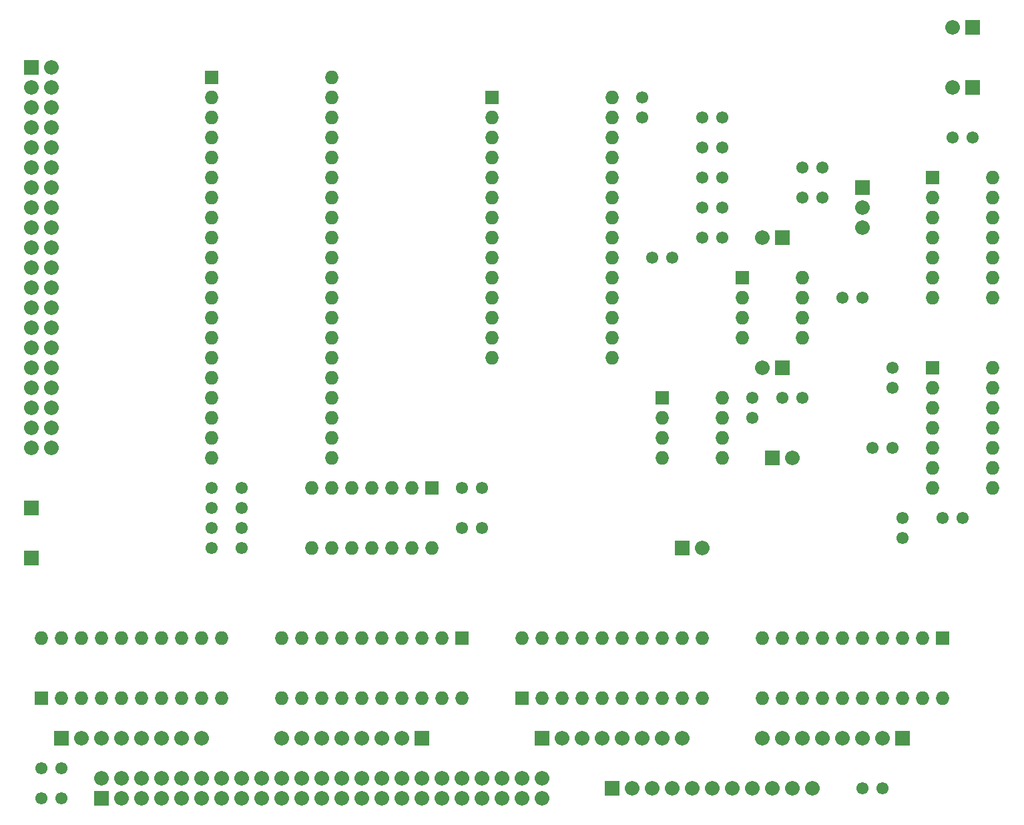
<source format=gts>
G04 #@! TF.FileFunction,Soldermask,Top*
%FSLAX46Y46*%
G04 Gerber Fmt 4.6, Leading zero omitted, Abs format (unit mm)*
G04 Created by KiCad (PCBNEW 4.0.5) date 04/19/17 20:50:32*
%MOMM*%
%LPD*%
G01*
G04 APERTURE LIST*
%ADD10C,0.127000*%
%ADD11R,1.752400X1.752400*%
%ADD12O,1.752400X1.752400*%
%ADD13R,1.852400X1.852400*%
%ADD14O,1.852400X1.852400*%
%ADD15C,1.549400*%
G04 APERTURE END LIST*
D10*
D11*
X58420000Y-73660000D03*
D12*
X73660000Y-121920000D03*
X58420000Y-76200000D03*
X73660000Y-119380000D03*
X58420000Y-78740000D03*
X73660000Y-116840000D03*
X58420000Y-81280000D03*
X73660000Y-114300000D03*
X58420000Y-83820000D03*
X73660000Y-111760000D03*
X58420000Y-86360000D03*
X73660000Y-109220000D03*
X58420000Y-88900000D03*
X73660000Y-106680000D03*
X58420000Y-91440000D03*
X73660000Y-104140000D03*
X58420000Y-93980000D03*
X73660000Y-101600000D03*
X58420000Y-96520000D03*
X73660000Y-99060000D03*
X58420000Y-99060000D03*
X73660000Y-96520000D03*
X58420000Y-101600000D03*
X73660000Y-93980000D03*
X58420000Y-104140000D03*
X73660000Y-91440000D03*
X58420000Y-106680000D03*
X73660000Y-88900000D03*
X58420000Y-109220000D03*
X73660000Y-86360000D03*
X58420000Y-111760000D03*
X73660000Y-83820000D03*
X58420000Y-114300000D03*
X73660000Y-81280000D03*
X58420000Y-116840000D03*
X73660000Y-78740000D03*
X58420000Y-119380000D03*
X73660000Y-76200000D03*
X58420000Y-121920000D03*
X73660000Y-73660000D03*
D11*
X93980000Y-76200000D03*
D12*
X109220000Y-109220000D03*
X93980000Y-78740000D03*
X109220000Y-106680000D03*
X93980000Y-81280000D03*
X109220000Y-104140000D03*
X93980000Y-83820000D03*
X109220000Y-101600000D03*
X93980000Y-86360000D03*
X109220000Y-99060000D03*
X93980000Y-88900000D03*
X109220000Y-96520000D03*
X93980000Y-91440000D03*
X109220000Y-93980000D03*
X93980000Y-93980000D03*
X109220000Y-91440000D03*
X93980000Y-96520000D03*
X109220000Y-88900000D03*
X93980000Y-99060000D03*
X109220000Y-86360000D03*
X93980000Y-101600000D03*
X109220000Y-83820000D03*
X93980000Y-104140000D03*
X109220000Y-81280000D03*
X93980000Y-106680000D03*
X109220000Y-78740000D03*
X93980000Y-109220000D03*
X109220000Y-76200000D03*
D13*
X35560000Y-72390000D03*
D14*
X38100000Y-72390000D03*
X35560000Y-74930000D03*
X38100000Y-74930000D03*
X35560000Y-77470000D03*
X38100000Y-77470000D03*
X35560000Y-80010000D03*
X38100000Y-80010000D03*
X35560000Y-82550000D03*
X38100000Y-82550000D03*
X35560000Y-85090000D03*
X38100000Y-85090000D03*
X35560000Y-87630000D03*
X38100000Y-87630000D03*
X35560000Y-90170000D03*
X38100000Y-90170000D03*
X35560000Y-92710000D03*
X38100000Y-92710000D03*
X35560000Y-95250000D03*
X38100000Y-95250000D03*
X35560000Y-97790000D03*
X38100000Y-97790000D03*
X35560000Y-100330000D03*
X38100000Y-100330000D03*
X35560000Y-102870000D03*
X38100000Y-102870000D03*
X35560000Y-105410000D03*
X38100000Y-105410000D03*
X35560000Y-107950000D03*
X38100000Y-107950000D03*
X35560000Y-110490000D03*
X38100000Y-110490000D03*
X35560000Y-113030000D03*
X38100000Y-113030000D03*
X35560000Y-115570000D03*
X38100000Y-115570000D03*
X35560000Y-118110000D03*
X38100000Y-118110000D03*
X35560000Y-120650000D03*
X38100000Y-120650000D03*
D13*
X129540000Y-121920000D03*
D14*
X132080000Y-121920000D03*
D13*
X130810000Y-110490000D03*
D14*
X128270000Y-110490000D03*
D13*
X130810000Y-93980000D03*
D14*
X128270000Y-93980000D03*
D13*
X154940000Y-74930000D03*
D14*
X152400000Y-74930000D03*
D13*
X154940000Y-67310000D03*
D14*
X152400000Y-67310000D03*
D13*
X44450000Y-165100000D03*
D14*
X44450000Y-162560000D03*
X46990000Y-165100000D03*
X46990000Y-162560000D03*
X49530000Y-165100000D03*
X49530000Y-162560000D03*
X52070000Y-165100000D03*
X52070000Y-162560000D03*
X54610000Y-165100000D03*
X54610000Y-162560000D03*
X57150000Y-165100000D03*
X57150000Y-162560000D03*
X59690000Y-165100000D03*
X59690000Y-162560000D03*
X62230000Y-165100000D03*
X62230000Y-162560000D03*
X64770000Y-165100000D03*
X64770000Y-162560000D03*
X67310000Y-165100000D03*
X67310000Y-162560000D03*
X69850000Y-165100000D03*
X69850000Y-162560000D03*
X72390000Y-165100000D03*
X72390000Y-162560000D03*
X74930000Y-165100000D03*
X74930000Y-162560000D03*
X77470000Y-165100000D03*
X77470000Y-162560000D03*
X80010000Y-165100000D03*
X80010000Y-162560000D03*
X82550000Y-165100000D03*
X82550000Y-162560000D03*
X85090000Y-165100000D03*
X85090000Y-162560000D03*
X87630000Y-165100000D03*
X87630000Y-162560000D03*
X90170000Y-165100000D03*
X90170000Y-162560000D03*
X92710000Y-165100000D03*
X92710000Y-162560000D03*
X95250000Y-165100000D03*
X95250000Y-162560000D03*
X97790000Y-165100000D03*
X97790000Y-162560000D03*
X100330000Y-165100000D03*
X100330000Y-162560000D03*
D13*
X39370000Y-157480000D03*
D14*
X41910000Y-157480000D03*
X44450000Y-157480000D03*
X46990000Y-157480000D03*
X49530000Y-157480000D03*
X52070000Y-157480000D03*
X54610000Y-157480000D03*
X57150000Y-157480000D03*
D13*
X100330000Y-157480000D03*
D14*
X102870000Y-157480000D03*
X105410000Y-157480000D03*
X107950000Y-157480000D03*
X110490000Y-157480000D03*
X113030000Y-157480000D03*
X115570000Y-157480000D03*
X118110000Y-157480000D03*
D13*
X85090000Y-157480000D03*
D14*
X82550000Y-157480000D03*
X80010000Y-157480000D03*
X77470000Y-157480000D03*
X74930000Y-157480000D03*
X72390000Y-157480000D03*
X69850000Y-157480000D03*
X67310000Y-157480000D03*
D13*
X146050000Y-157480000D03*
D14*
X143510000Y-157480000D03*
X140970000Y-157480000D03*
X138430000Y-157480000D03*
X135890000Y-157480000D03*
X133350000Y-157480000D03*
X130810000Y-157480000D03*
X128270000Y-157480000D03*
D13*
X109220000Y-163830000D03*
D14*
X111760000Y-163830000D03*
X114300000Y-163830000D03*
X116840000Y-163830000D03*
X119380000Y-163830000D03*
X121920000Y-163830000D03*
X124460000Y-163830000D03*
X127000000Y-163830000D03*
X129540000Y-163830000D03*
X132080000Y-163830000D03*
X134620000Y-163830000D03*
D13*
X140970000Y-87630000D03*
D14*
X140970000Y-90170000D03*
X140970000Y-92710000D03*
D15*
X133350000Y-88900000D03*
X135890000Y-88900000D03*
X92710000Y-130810000D03*
X90170000Y-130810000D03*
X133350000Y-85090000D03*
X135890000Y-85090000D03*
X113030000Y-78740000D03*
X113030000Y-76200000D03*
X62230000Y-125730000D03*
X62230000Y-128270000D03*
X58420000Y-125730000D03*
X58420000Y-128270000D03*
X144780000Y-110490000D03*
X144780000Y-113030000D03*
X142240000Y-120650000D03*
X144780000Y-120650000D03*
X140970000Y-101600000D03*
X138430000Y-101600000D03*
X130810000Y-114300000D03*
X133350000Y-114300000D03*
X127000000Y-114300000D03*
X127000000Y-116840000D03*
X154940000Y-81280000D03*
X152400000Y-81280000D03*
X92710000Y-125730000D03*
X90170000Y-125730000D03*
X140970000Y-163830000D03*
X143510000Y-163830000D03*
X114300000Y-96520000D03*
X116840000Y-96520000D03*
X146050000Y-132080000D03*
X146050000Y-129540000D03*
X39370000Y-161290000D03*
X36830000Y-161290000D03*
X39370000Y-165100000D03*
X36830000Y-165100000D03*
D11*
X86360000Y-125730000D03*
D12*
X71120000Y-133350000D03*
X83820000Y-125730000D03*
X73660000Y-133350000D03*
X81280000Y-125730000D03*
X76200000Y-133350000D03*
X78740000Y-125730000D03*
X78740000Y-133350000D03*
X76200000Y-125730000D03*
X81280000Y-133350000D03*
X73660000Y-125730000D03*
X83820000Y-133350000D03*
X71120000Y-125730000D03*
X86360000Y-133350000D03*
D11*
X36830000Y-152400000D03*
D12*
X59690000Y-144780000D03*
X39370000Y-152400000D03*
X57150000Y-144780000D03*
X41910000Y-152400000D03*
X54610000Y-144780000D03*
X44450000Y-152400000D03*
X52070000Y-144780000D03*
X46990000Y-152400000D03*
X49530000Y-144780000D03*
X49530000Y-152400000D03*
X46990000Y-144780000D03*
X52070000Y-152400000D03*
X44450000Y-144780000D03*
X54610000Y-152400000D03*
X41910000Y-144780000D03*
X57150000Y-152400000D03*
X39370000Y-144780000D03*
X59690000Y-152400000D03*
X36830000Y-144780000D03*
D11*
X97790000Y-152400000D03*
D12*
X120650000Y-144780000D03*
X100330000Y-152400000D03*
X118110000Y-144780000D03*
X102870000Y-152400000D03*
X115570000Y-144780000D03*
X105410000Y-152400000D03*
X113030000Y-144780000D03*
X107950000Y-152400000D03*
X110490000Y-144780000D03*
X110490000Y-152400000D03*
X107950000Y-144780000D03*
X113030000Y-152400000D03*
X105410000Y-144780000D03*
X115570000Y-152400000D03*
X102870000Y-144780000D03*
X118110000Y-152400000D03*
X100330000Y-144780000D03*
X120650000Y-152400000D03*
X97790000Y-144780000D03*
D11*
X90170000Y-144780000D03*
D12*
X67310000Y-152400000D03*
X87630000Y-144780000D03*
X69850000Y-152400000D03*
X85090000Y-144780000D03*
X72390000Y-152400000D03*
X82550000Y-144780000D03*
X74930000Y-152400000D03*
X80010000Y-144780000D03*
X77470000Y-152400000D03*
X77470000Y-144780000D03*
X80010000Y-152400000D03*
X74930000Y-144780000D03*
X82550000Y-152400000D03*
X72390000Y-144780000D03*
X85090000Y-152400000D03*
X69850000Y-144780000D03*
X87630000Y-152400000D03*
X67310000Y-144780000D03*
X90170000Y-152400000D03*
D11*
X151130000Y-144780000D03*
D12*
X128270000Y-152400000D03*
X148590000Y-144780000D03*
X130810000Y-152400000D03*
X146050000Y-144780000D03*
X133350000Y-152400000D03*
X143510000Y-144780000D03*
X135890000Y-152400000D03*
X140970000Y-144780000D03*
X138430000Y-152400000D03*
X138430000Y-144780000D03*
X140970000Y-152400000D03*
X135890000Y-144780000D03*
X143510000Y-152400000D03*
X133350000Y-144780000D03*
X146050000Y-152400000D03*
X130810000Y-144780000D03*
X148590000Y-152400000D03*
X128270000Y-144780000D03*
X151130000Y-152400000D03*
D11*
X115570000Y-114300000D03*
D12*
X123190000Y-121920000D03*
X115570000Y-116840000D03*
X123190000Y-119380000D03*
X115570000Y-119380000D03*
X123190000Y-116840000D03*
X115570000Y-121920000D03*
X123190000Y-114300000D03*
D11*
X125730000Y-99060000D03*
D12*
X133350000Y-106680000D03*
X125730000Y-101600000D03*
X133350000Y-104140000D03*
X125730000Y-104140000D03*
X133350000Y-101600000D03*
X125730000Y-106680000D03*
X133350000Y-99060000D03*
D11*
X149860000Y-110490000D03*
D12*
X157480000Y-125730000D03*
X149860000Y-113030000D03*
X157480000Y-123190000D03*
X149860000Y-115570000D03*
X157480000Y-120650000D03*
X149860000Y-118110000D03*
X157480000Y-118110000D03*
X149860000Y-120650000D03*
X157480000Y-115570000D03*
X149860000Y-123190000D03*
X157480000Y-113030000D03*
X149860000Y-125730000D03*
X157480000Y-110490000D03*
D11*
X149860000Y-86360000D03*
D12*
X157480000Y-101600000D03*
X149860000Y-88900000D03*
X157480000Y-99060000D03*
X149860000Y-91440000D03*
X157480000Y-96520000D03*
X149860000Y-93980000D03*
X157480000Y-93980000D03*
X149860000Y-96520000D03*
X157480000Y-91440000D03*
X149860000Y-99060000D03*
X157480000Y-88900000D03*
X149860000Y-101600000D03*
X157480000Y-86360000D03*
D13*
X118110000Y-133350000D03*
D14*
X120650000Y-133350000D03*
D15*
X58420000Y-133350000D03*
X58420000Y-130810000D03*
X62230000Y-133350000D03*
X62230000Y-130810000D03*
X153670000Y-129540000D03*
X151130000Y-129540000D03*
D13*
X35560000Y-128270000D03*
X35560000Y-134620000D03*
D15*
X120650000Y-78740000D03*
X123190000Y-78740000D03*
X120650000Y-82550000D03*
X123190000Y-82550000D03*
X120650000Y-90170000D03*
X123190000Y-90170000D03*
X120650000Y-86360000D03*
X123190000Y-86360000D03*
X120650000Y-93980000D03*
X123190000Y-93980000D03*
M02*

</source>
